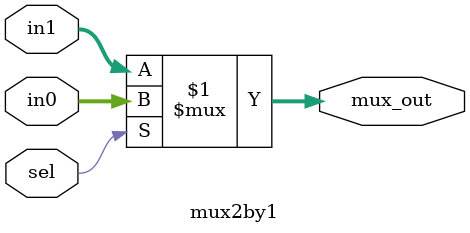
<source format=v>
`ifndef mux2by1_INCLUDED
`define mux2by1_INCLUDED

module mux2by1 (
   input sel,
   input [31:0] in0, in1,
   output [31:0] mux_out
);

assign  mux_out = (sel) ? in0 : in1;

endmodule

`endif 
</source>
